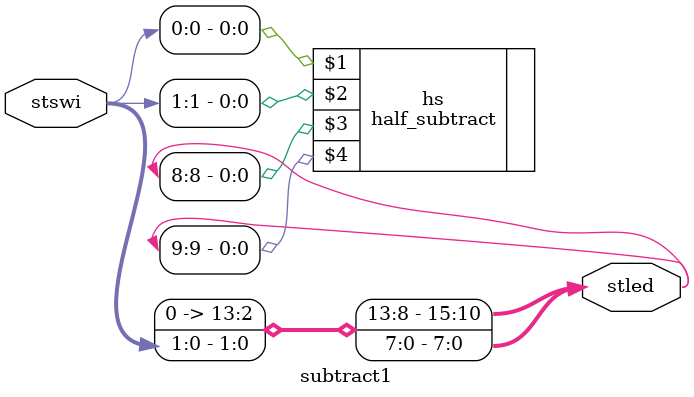
<source format=v>

module subtract1(
  input wire [1:0] stswi,
  output wire [15:0] stled
);

  // -------------------------------------------------------
  // set unused LED's to 'off', assign input switches to led
  // -------------------------------------------------------
  assign {stled[7:2], stled[15:10]} = {12{1'b0}};
  assign stled[0] = stswi[0];
  assign stled[1] = stswi[1];

  // -------------------------------------------------------
  // create half-substract, feed input switches into A and B
  // -------------------------------------------------------
  half_subtract hs(stswi[0], stswi[1], stled[8], stled[9]);
  
endmodule

</source>
